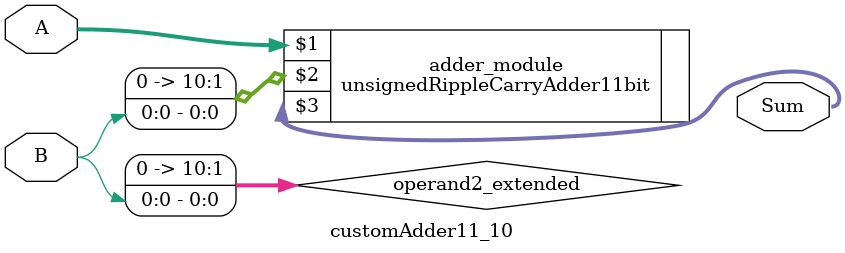
<source format=v>

module customAdder11_10(
                    input [10 : 0] A,
                    input [0 : 0] B,
                    
                    output [11 : 0] Sum
            );

    wire [10 : 0] operand2_extended;
    
    assign operand2_extended =  {10'b0, B};
    
    unsignedRippleCarryAdder11bit adder_module(
        A,
        operand2_extended,
        Sum
    );
    
endmodule
        
</source>
